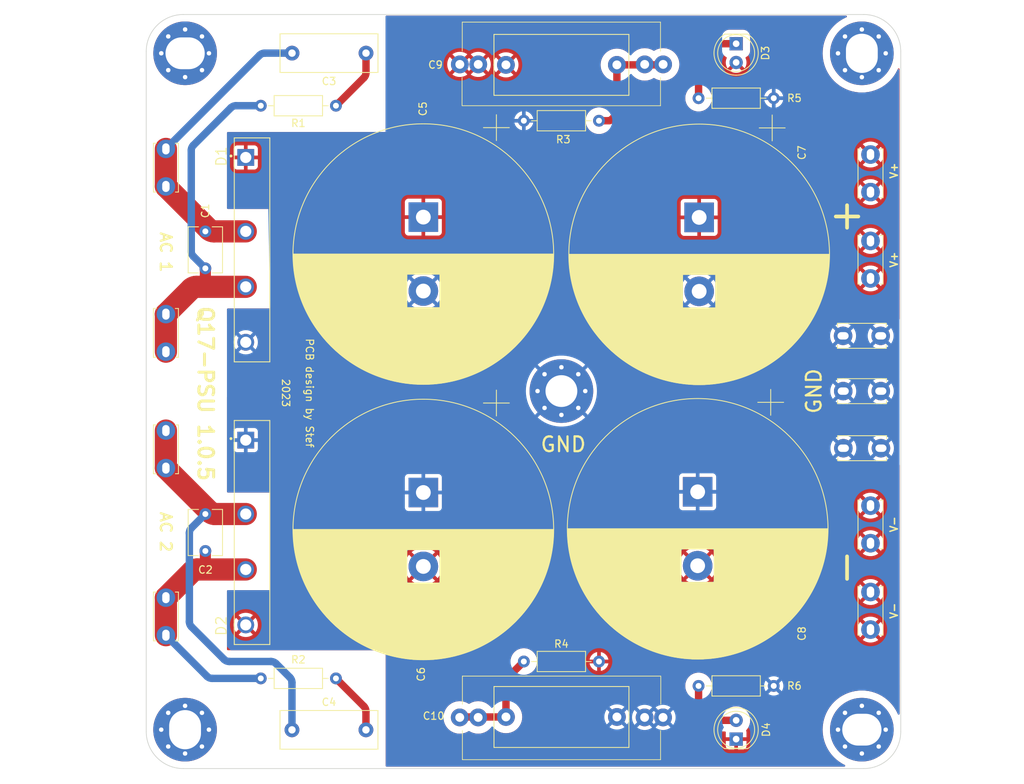
<source format=kicad_pcb>
(kicad_pcb (version 20221018) (generator pcbnew)
  (title_block (title "Q17 Power Supply") (date "2023-09-25") (rev "1.0.5") (company "by stef"))
  (layers (0 "F.Cu" signal) (31 "B.Cu" signal) (34 "B.Paste" user) (35 "F.Paste" user) (36 "B.SilkS" user "B.Silkscreen") (37 "F.SilkS" user "F.Silkscreen") (38 "B.Mask" user) (39 "F.Mask" user) (44 "Edge.Cuts" user))
  (net 0 "")
  (net 1 "GNDPWR")
  (net 2 "Net-(J1-1-Pin_1)")
  (net 3 "Net-(J1-3-Pin_1)")
  (net 4 "Net-(J1-2-Pin_1)")
  (net 5 "Net-(J1-4-Pin_1)")
  (net 6 "Net-(D3-K)")
  (net 7 "Net-(D4-A)")
  (net 8 "Net-(C3-Pad2)")
  (net 9 "Net-(C4-Pad2)")
  (net 10 "Net-(C9-Pad2)")
  (net 11 "Net-(C10-Pad2)")
  (net 12 "Net-(D3-A)")
  (net 13 "Net-(D4-K)")
  (footprint "Capacitor_THT:C_Rect_L13.0mm_W5.0mm_P10.00mm_FKS3_FKP3_MKS4" (layer "F.Cu") (at 117.762 45.212)
    (fp_text reference "C3" (at 5 3.81) (layer "F.SilkS"))
    (fp_text value "10nF")
    (pad "1" thru_hole circle (at 0 0) (size 2 2) (drill 1) (layers "*.Cu" "*.Mask") (net 2 "Net-(J1-1-Pin_1)"))
    (pad "2" thru_hole circle (at 10 0) (size 2 2) (drill 1) (layers "*.Cu" "*.Mask") (net 8 "Net-(C3-Pad2)"))
  )
  (footprint "Q17_Library:DIOB_GBJ2510" (layer "F.Cu") (at 112.356 110.05744 -90)
    (fp_text reference "D2" (at 12.62456 4.152 -90) (layer "F.SilkS") (effects (font (size 1.4 1.4))))
    (fp_text value "GBJ2510")
    (pad "1" thru_hole rect (at -12.5 0.85 270) (size 2.27 2.27) (drill 1.51) (layers "*.Cu" "*.Mask") (net 1 "GNDPWR"))
    (pad "2" thru_hole circle (at -2.5 0.85 270) (size 2.27 2.27) (drill 1.51) (layers "*.Cu" "*.Mask") (net 3 "Net-(J1-3-Pin_1)"))
    (pad "3" thru_hole circle (at 5 0.85 270) (size 2.27 2.27) (drill 1.51) (layers "*.Cu" "*.Mask") (net 5 "Net-(J1-4-Pin_1)"))
    (pad "4" thru_hole circle (at 12.5 0.85 270) (size 2.27 2.27) (drill 1.51) (layers "*.Cu" "*.Mask") (net 13 "Net-(D4-K)"))
  )
  (footprint "Capacitor_THT:C_Disc_D6.0mm_W4.4mm_P5.00mm" (layer "F.Cu") (at 106.04628 107.55744 -90)
    (fp_text reference "C2" (at 7.547355 -0.011567) (layer "F.SilkS"))
    (fp_text value "10nF")
    (pad "1" thru_hole circle (at 0 0 270) (size 1.6 1.6) (drill 0.8) (layers "*.Cu" "*.Mask") (net 3 "Net-(J1-3-Pin_1)"))
    (pad "2" thru_hole circle (at 5 0 270) (size 1.6 1.6) (drill 0.8) (layers "*.Cu" "*.Mask") (net 5 "Net-(J1-4-Pin_1)"))
  )
  (footprint "Capacitor_THT:CP_Radial_D35.0mm_P10.00mm_SnapIn" (layer "F.Cu") (at 135.513301 67.394442 -90)
    (fp_text reference "C5" (at -14.648184 0.05248 -90) (layer "F.SilkS"))
    (fp_text value "10000uF 63v")
    (pad "1" thru_hole rect (at 0 0 270) (size 4 4) (drill 2) (layers "*.Cu" "*.Mask") (net 12 "Net-(D3-A)"))
    (pad "2" thru_hole circle (at 10 0 270) (size 4 4) (drill 2) (layers "*.Cu" "*.Mask") (net 1 "GNDPWR"))
  )
  (footprint "Q17_Library:Faston_Connector_63849-1_TEC" (layer "F.Cu") (at 100.71228 96.266 90)
    (fp_text reference "J1-3" hide)
    (fp_text value "AC2-1" hide)
    (pad "1" thru_hole circle (at -5.08 0 90) (size 2.5 2.5) (drill oval 1.5 1) (layers "*.Cu" "*.Mask") (net 3 "Net-(J1-3-Pin_1)"))
    (pad "1" thru_hole circle (at 0 0 90) (size 2.5 2.5) (drill oval 1.5 1) (layers "*.Cu" "*.Mask") (net 3 "Net-(J1-3-Pin_1)"))
  )
  (footprint "Q17_Library:C_Rect_Q17_PSU_L26.50_H11.00_P20.50" (layer "F.Cu") (at 142.934353 46.736)
    (fp_text reference "C9" (at -5.779934 0.063) (layer "F.SilkS"))
    (fp_text value "220nf" hide)
    (pad "1" thru_hole circle (at -2.4892 0) (size 2.4 2.4) (drill 1.2) (layers "*.Cu" "*.Mask") (net 12 "Net-(D3-A)"))
    (pad "1" thru_hole circle (at 0 0) (size 2.4 2.4) (drill 1.2) (layers "*.Cu" "*.Mask") (net 12 "Net-(D3-A)"))
    (pad "1" thru_hole circle (at 3.743647 0.063) (size 2.4 2.4) (drill 1.2) (layers "*.Cu" "*.Mask") (net 12 "Net-(D3-A)"))
    (pad "2" thru_hole circle (at 18.743647 0.063) (size 2.4 2.4) (drill 1.2) (layers "*.Cu" "*.Mask") (net 10 "Net-(C9-Pad2)"))
    (pad "2" thru_hole circle (at 22.5 0 180) (size 2.4 2.4) (drill 1.2) (layers "*.Cu" "*.Mask") (net 10 "Net-(C9-Pad2)"))
    (pad "2" thru_hole circle (at 24.9936 0 180) (size 2.4 2.4) (drill 1.2) (layers "*.Cu" "*.Mask") (net 10 "Net-(C9-Pad2)"))
  )
  (footprint "Q17_Library:Faston_Connector_63849-1_TEC" (layer "F.Cu") (at 100.71228 118.872 90)
    (fp_text reference "J1-4" hide)
    (fp_text value "AC2-2" hide)
    (pad "1" thru_hole circle (at -5.08 0 90) (size 2.5 2.5) (drill oval 1.5 1) (layers "*.Cu" "*.Mask") (net 5 "Net-(J1-4-Pin_1)"))
    (pad "1" thru_hole circle (at 0 0 90) (size 2.5 2.5) (drill oval 1.5 1) (layers "*.Cu" "*.Mask") (net 5 "Net-(J1-4-Pin_1)"))
  )
  (footprint "MountingHole:MountingHole_4.3mm_M4_Pad_Via" (layer "F.Cu") (at 154.178 90.926419)
    (fp_text reference "#GROUND01" hide)
    (fp_text value "MountingHole_4.3mm_M4_Pad_Via" hide)
    (pad "1" thru_hole circle (at -3.225 0) (size 0.9 0.9) (drill 0.6) (layers "*.Cu" "*.Mask") (net 1 "GNDPWR"))
    (pad "1" thru_hole circle (at -2.280419 -2.280419) (size 0.9 0.9) (drill 0.6) (layers "*.Cu" "*.Mask") (net 1 "GNDPWR"))
    (pad "1" thru_hole circle (at -2.280419 2.280419) (size 0.9 0.9) (drill 0.6) (layers "*.Cu" "*.Mask") (net 1 "GNDPWR"))
    (pad "1" thru_hole circle (at 0 -3.225) (size 0.9 0.9) (drill 0.6) (layers "*.Cu" "*.Mask") (net 1 "GNDPWR"))
    (pad "1" thru_hole circle (at 0 0) (size 8.6 8.6) (drill 4.3) (layers "*.Cu" "*.Mask") (net 1 "GNDPWR"))
    (pad "1" thru_hole circle (at 0 3.225) (size 0.9 0.9) (drill 0.6) (layers "*.Cu" "*.Mask") (net 1 "GNDPWR"))
    (pad "1" thru_hole circle (at 2.280419 -2.280419) (size 0.9 0.9) (drill 0.6) (layers "*.Cu" "*.Mask") (net 1 "GNDPWR"))
    (pad "1" thru_hole circle (at 2.280419 2.280419) (size 0.9 0.9) (drill 0.6) (layers "*.Cu" "*.Mask") (net 1 "GNDPWR"))
    (pad "1" thru_hole circle (at 3.225 0) (size 0.9 0.9) (drill 0.6) (layers "*.Cu" "*.Mask") (net 1 "GNDPWR"))
  )
  (footprint "Q17_Library:Faston_Connector_63849-1_TEC" (layer "F.Cu") (at 192.278 90.932 180)
    (fp_text reference "J2-4" hide)
    (fp_text value "GNDPWR" hide)
    (pad "1" thru_hole circle (at -5.08 0 180) (size 2.5 2.5) (drill oval 1.5 1) (layers "*.Cu" "*.Mask") (net 1 "GNDPWR"))
    (pad "1" thru_hole circle (at 0 0 180) (size 2.5 2.5) (drill oval 1.5 1) (layers "*.Cu" "*.Mask") (net 1 "GNDPWR"))
  )
  (footprint "Q17_Library:Faston_Connector_63849-1_TEC" (layer "F.Cu") (at 192.295665 98.653992 180)
    (fp_text reference "J2-5" hide)
    (fp_text value "GNDPWR" hide)
    (pad "1" thru_hole circle (at -5.08 0 180) (size 2.5 2.5) (drill oval 1.5 1) (layers "*.Cu" "*.Mask") (net 1 "GNDPWR"))
    (pad "1" thru_hole circle (at 0 0 180) (size 2.5 2.5) (drill oval 1.5 1) (layers "*.Cu" "*.Mask") (net 1 "GNDPWR"))
  )
  (footprint "Capacitor_THT:C_Disc_D6.0mm_W4.4mm_P5.00mm" (layer "F.Cu") (at 106.04628 69.324941 -90)
    (fp_text reference "C1" (at -2.776941 0.000992 90) (layer "F.SilkS"))
    (fp_text value "10nF")
    (pad "1" thru_hole circle (at 0 0 270) (size 1.6 1.6) (drill 0.8) (layers "*.Cu" "*.Mask") (net 2 "Net-(J1-1-Pin_1)"))
    (pad "2" thru_hole circle (at 5 0 270) (size 1.6 1.6) (drill 0.8) (layers "*.Cu" "*.Mask") (net 4 "Net-(J1-2-Pin_1)"))
  )
  (footprint "Q17_Library:Faston_Connector_63849-1_TEC" (layer "F.Cu") (at 100.71228 58.166 90)
    (fp_text reference "J1-1" hide)
    (fp_text value "AC1-1" hide)
    (pad "1" thru_hole circle (at -5.08 0 90) (size 2.5 2.5) (drill oval 1.5 1) (layers "*.Cu" "*.Mask") (net 2 "Net-(J1-1-Pin_1)"))
    (pad "1" thru_hole circle (at 0 0 90) (size 2.5 2.5) (drill oval 1.5 1) (layers "*.Cu" "*.Mask") (net 2 "Net-(J1-1-Pin_1)"))
  )
  (footprint "MountingHole:MountingHole_4.3mm_M4_Pad_Via" (layer "F.Cu") (at 194.79428 136.729763)
    (fp_text reference "REF**" hide)
    (fp_text value "MountingHole_4.3mm_M4_Pad_Via")
    (pad "1" thru_hole circle (at -3.225 0) (size 0.9 0.9) (drill 0.6) (layers "*.Cu" "*.Mask"))
    (pad "1" thru_hole circle (at -2.280419 -2.280419) (size 0.9 0.9) (drill 0.6) (layers "*.Cu" "*.Mask"))
    (pad "1" thru_hole circle (at -2.280419 2.280419) (size 0.9 0.9) (drill 0.6) (layers "*.Cu" "*.Mask"))
    (pad "1" thru_hole circle (at 0 -3.225) (size 0.9 0.9) (drill 0.6) (layers "*.Cu" "*.Mask"))
    (pad "1" thru_hole circle (at 0 0) (size 8.6 8.6) (drill oval 5.3 4.3) (layers "*.Cu" "*.Mask"))
    (pad "1" thru_hole circle (at 0 3.225) (size 0.9 0.9) (drill 0.6) (layers "*.Cu" "*.Mask"))
    (pad "1" thru_hole circle (at 2.280419 -2.280419) (size 0.9 0.9) (drill 0.6) (layers "*.Cu" "*.Mask"))
    (pad "1" thru_hole circle (at 2.280419 2.280419) (size 0.9 0.9) (drill 0.6) (layers "*.Cu" "*.Mask"))
    (pad "1" thru_hole circle (at 3.225 0) (size 0.9 0.9) (drill 0.6) (layers "*.Cu" "*.Mask"))
  )
  (footprint "Capacitor_THT:CP_Radial_D35.0mm_P10.00mm_SnapIn" (layer "F.Cu") (at 172.597301 104.554 -90)
    (fp_text reference "C8" (at 19.181059 -14.092699 -90) (layer "F.SilkS"))
    (fp_text value "10000uF 63v")
    (pad "1" thru_hole rect (at 0 0 270) (size 4 4) (drill 2) (layers "*.Cu" "*.Mask") (net 1 "GNDPWR"))
    (pad "2" thru_hole circle (at 10 0 270) (size 4 4) (drill 2) (layers "*.Cu" "*.Mask") (net 13 "Net-(D4-K)"))
  )
  (footprint "Resistor_THT:R_Axial_DIN0207_L6.3mm_D2.5mm_P10.16mm_Horizontal" (layer "F.Cu") (at 123.698 129.794 180)
    (fp_text reference "R2" (at 5.08 2.54) (layer "F.SilkS"))
    (fp_text value "10R")
    (pad "1" thru_hole circle (at 0 0 180) (size 1.6 1.6) (drill 0.8) (layers "*.Cu" "*.Mask") (net 9 "Net-(C4-Pad2)"))
    (pad "2" thru_hole oval (at 10.16 0 180) (size 1.6 1.6) (drill 0.8) (layers "*.Cu" "*.Mask") (net 5 "Net-(J1-4-Pin_1)"))
  )
  (footprint "Resistor_THT:R_Axial_DIN0207_L6.3mm_D2.5mm_P10.16mm_Horizontal" (layer "F.Cu") (at 149.098 127.508)
    (fp_text reference "R4" (at 5.08 -2.37) (layer "F.SilkS"))
    (fp_text value "10R" hide)
    (pad "1" thru_hole circle (at 0 0) (size 1.6 1.6) (drill 0.8) (layers "*.Cu" "*.Mask") (net 11 "Net-(C10-Pad2)"))
    (pad "2" thru_hole oval (at 10.16 0) (size 1.6 1.6) (drill 0.8) (layers "*.Cu" "*.Mask") (net 13 "Net-(D4-K)"))
  )
  (footprint "LED_THT:LED_D5.0mm" (layer "F.Cu") (at 177.8 138.004763 90)
    (fp_text reference "D4" (at 1.27 4.064 90) (layer "F.SilkS"))
    (fp_text value "LED")
    (pad "1" thru_hole rect (at 0 0 90) (size 1.8 1.8) (drill 0.9) (layers "*.Cu" "*.Mask") (net 13 "Net-(D4-K)"))
    (pad "2" thru_hole circle (at 2.54 0 90) (size 1.8 1.8) (drill 0.9) (layers "*.Cu" "*.Mask") (net 7 "Net-(D4-A)"))
  )
  (footprint "Q17_Library:Faston_Connector_63849-1_TEC" (layer "F.Cu") (at 195.96228 75.692 -90)
    (fp_text reference "J2-2" hide)
    (fp_text value "V+" (at -2.54 -3.17372 90) (layer "F.SilkS") (effects (font (thickness 0.2) bold)))
    (pad "1" thru_hole circle (at -5.08 0 270) (size 2.5 2.5) (drill oval 1.5 1) (layers "*.Cu" "*.Mask") (net 12 "Net-(D3-A)"))
    (pad "1" thru_hole circle (at 0 0 270) (size 2.5 2.5) (drill oval 1.5 1) (layers "*.Cu" "*.Mask") (net 12 "Net-(D3-A)"))
  )
  (footprint "Q17_Library:Faston_Connector_63849-1_TEC" (layer "F.Cu") (at 192.255665 83.453992 180)
    (fp_text reference "J2-3" hide)
    (fp_text value "GNDPWR" hide)
    (pad "1" thru_hole circle (at -5.08 0 180) (size 2.5 2.5) (drill oval 1.5 1) (layers "*.Cu" "*.Mask") (net 1 "GNDPWR"))
    (pad "1" thru_hole circle (at 0 0 180) (size 2.5 2.5) (drill oval 1.5 1) (layers "*.Cu" "*.Mask") (net 1 "GNDPWR"))
  )
  (footprint "Q17_Library:Faston_Connector_63849-1_TEC" (layer "F.Cu") (at 195.96228 111.506 -90)
    (fp_text reference "J2-6" hide)
    (fp_text value "V-" (at -2.554323 -3.17372 90) (layer "F.SilkS") (effects (font (thickness 0.2) bold)))
    (pad "1" thru_hole circle (at -5.08 0 270) (size 2.5 2.5) (drill oval 1.5 1) (layers "*.Cu" "*.Mask") (net 13 "Net-(D4-K)"))
    (pad "1" thru_hole circle (at 0 0 270) (size 2.5 2.5) (drill oval 1.5 1) (layers "*.Cu" "*.Mask") (net 13 "Net-(D4-K)"))
  )
  (footprint "Capacitor_THT:C_Rect_L13.0mm_W5.0mm_P10.00mm_FKS3_FKP3_MKS4" (layer "F.Cu") (at 117.7544 136.7536)
    (fp_text reference "C4" (at 5 -3.75) (layer "F.SilkS"))
    (fp_text value "10nF")
    (pad "1" thru_hole circle (at 0 0) (size 2 2) (drill 1) (layers "*.Cu" "*.Mask") (net 3 "Net-(J1-3-Pin_1)"))
    (pad "2" thru_hole circle (at 10 0) (size 2 2) (drill 1) (layers "*.Cu" "*.Mask") (net 9 "Net-(C4-Pad2)"))
  )
  (footprint "Q17_Library:DIOB_GBJ2510" (layer "F.Cu") (at 112.356 71.824941 -90)
    (fp_text reference "D1" (at -12.642941 4.152 -90) (layer "F.SilkS") (effects (font (size 1.4 1.4))))
    (fp_text value "GBJ2510")
    (pad "1" thru_hole rect (at -12.5 0.85 270) (size 2.27 2.27) (drill 1.51) (layers "*.Cu" "*.Mask") (net 12 "Net-(D3-A)"))
    (pad "2" thru_hole circle (at -2.5 0.85 270) (size 2.27 2.27) (drill 1.51) (layers "*.Cu" "*.Mask") (net 2 "Net-(J1-1-Pin_1)"))
    (pad "3" thru_hole circle (at 5 0.85 270) (size 2.27 2.27) (drill 1.51) (layers "*.Cu" "*.Mask") (net 4 "Net-(J1-2-Pin_1)"))
    (pad "4" thru_hole circle (at 12.5 0.85 270) (size 2.27 2.27) (drill 1.51) (layers "*.Cu" "*.Mask") (net 1 "GNDPWR"))
  )
  (footprint "Q17_Library:Faston_Connector_63849-1_TEC" (layer "F.Cu") (at 100.71228 80.518 90)
    (fp_text reference "J1-2" hide)
    (fp_text value "AC1-2" hide)
    (pad "1" thru_hole circle (at -5.08 0 90) (size 2.5 2.5) (drill oval 1.5 1) (layers "*.Cu" "*.Mask") (net 4 "Net-(J1-2-Pin_1)"))
    (pad "1" thru_hole circle (at 0 0 90) (size 2.5 2.5) (drill oval 1.5 1) (layers "*.Cu" "*.Mask") (net 4 "Net-(J1-2-Pin_1)"))
  )
  (footprint "Resistor_THT:R_Axial_DIN0207_L6.3mm_D2.5mm_P10.16mm_Horizontal" (layer "F.Cu") (at 159.258 54.356 180)
    (fp_text reference "R3" (at 4.826 -2.54) (layer "F.SilkS"))
    (fp_text value "10R" hide)
    (pad "1" thru_hole circle (at 0 0 180) (size 1.6 1.6) (drill 0.8) (layers "*.Cu" "*.Mask") (net 10 "Net-(C9-Pad2)"))
    (pad "2" thru_hole oval (at 10.16 0 180) (size 1.6 1.6) (drill 0.8) (layers "*.Cu" "*.Mask") (net 1 "GNDPWR"))
  )
  (footprint "MountingHole:MountingHole_4.3mm_M4_Pad_Via" (layer "F.Cu") (at 194.79428 45.238963)
    (fp_text reference "REF**" hide)
    (fp_text value "MountingHole_4.3mm_M4_Pad_Via")
    (pad "1" thru_hole circle (at -3.225 0) (size 0.9 0.9) (drill 0.6) (layers "*.Cu" "*.Mask"))
    (pad "1" thru_hole circle (at -2.280419 -2.280419) (size 0.9 0.9) (drill 0.6) (layers "*.Cu" "*.Mask"))
    (pad "1" thru_hole circle (at -2.280419 2.280419) (size 0.9 0.9) (drill 0.6) (layers "*.Cu" "*.Mask"))
    (pad "1" thru_hole circle (at 0 -3.225) (size 0.9 0.9) (drill 0.6) (layers "*.Cu" "*.Mask"))
    (pad "1" thru_hole circle (at 0 0) (size 8.6 8.6) (drill oval 4.3 5.3) (layers "*.Cu" "*.Mask"))
    (pad "1" thru_hole circle (at 0 3.225) (size 0.9 0.9) (drill 0.6) (layers "*.Cu" "*.Mask"))
    (pad "1" thru_hole circle (at 2.280419 -2.280419) (size 0.9 0.9) (drill 0.6) (layers "*.Cu" "*.Mask"))
    (pad "1" thru_hole circle (at 2.280419 2.280419) (size 0.9 0.9) (drill 0.6) (layers "*.Cu" "*.Mask"))
    (pad "1" thru_hole circle (at 3.225 0) (size 0.9 0.9) (drill 0.6) (layers "*.Cu" "*.Mask"))
  )
  (footprint "Capacitor_THT:CP_Radial_D35.0mm_P10.00mm_SnapIn" (layer "F.Cu") (at 135.513301 104.648 -90)
    (fp_text reference "C6" (at 24.589317 0.30648 -90) (layer "F.SilkS"))
    (fp_text value "10000uF 63v")
    (pad "1" thru_hole rect (at 0 0 270) (size 4 4) (drill 2) (layers "*.Cu" "*.Mask") (net 1 "GNDPWR"))
    (pad "2" thru_hole circle (at 10 0 270) (size 4 4) (drill 2) (layers "*.Cu" "*.Mask") (net 13 "Net-(D4-K)"))
  )
  (footprint "Q17_Library:C_Rect_Q17_PSU_L26.50_H11.00_P20.50" (layer "F.Cu") (at 165.427229 135.072553 180)
    (fp_text reference "C10" (at 28.521229 0.198553 180) (layer "F.SilkS"))
    (fp_text value "220nF" hide)
    (pad "1" thru_hole circle (at -2.4892 0 180) (size 2.4 2.4) (drill 1.2) (layers "*.Cu" "*.Mask") (net 1 "GNDPWR"))
    (pad "1" thru_hole circle (at 0 0 180) (size 2.4 2.4) (drill 1.2) (layers "*.Cu" "*.Mask") (net 1 "GNDPWR"))
    (pad "1" thru_hole circle (at 3.743647 0.063 180) (size 2.4 2.4) (drill 1.2) (layers "*.Cu" "*.Mask") (net 1 "GNDPWR"))
    (pad "2" thru_hole circle (at 18.743647 0.063 180) (size 2.4 2.4) (drill 1.2) (layers "*.Cu" "*.Mask") (net 11 "Net-(C10-Pad2)"))
    (pad "2" thru_hole circle (at 22.5 0) (size 2.4 2.4) (drill 1.2) (layers "*.Cu" "*.Mask") (net 11 "Net-(C10-Pad2)"))
    (pad "2" thru_hole circle (at 24.9936 0) (size 2.4 2.4) (drill 1.2) (layers "*.Cu" "*.Mask") (net 11 "Net-(C10-Pad2)"))
  )
  (footprint "LED_THT:LED_D5.0mm" (layer "F.Cu") (at 177.8 43.937 -90)
    (fp_text reference "D3" (at 1.27 -3.96 -90) (layer "F.SilkS"))
    (fp_text value "LED")
    (pad "1" thru_hole rect (at 0 0 270) (size 1.8 1.8) (drill 0.9) (layers "*.Cu" "*.Mask") (net 6 "Net-(D3-K)"))
    (pad "2" thru_hole circle (at 2.54 0 270) (size 1.8 1.8) (drill 0.9) (layers "*.Cu" "*.Mask") (net 12 "Net-(D3-A)"))
  )
  (footprint "MountingHole:MountingHole_4.3mm_M4_Pad_Via" (layer "F.Cu") (at 103.309061 45.233382)
    (fp_text reference "REF**" hide)
    (fp_text value "MountingHole_4.3mm_M4_Pad_Via")
    (pad "1" thru_hole circle (at -3.225 0) (size 0.9 0.9) (drill 0.6) (layers "*.Cu" "*.Mask"))
    (pad "1" thru_hole circle (at -2.280419 -2.280419) (size 0.9 0.9) (drill 0.6) (layers "*.Cu" "*.Mask"))
    (pad "1" thru_hole circle (at -2.280419 2.280419) (size 0.9 0.9) (drill 0.6) (layers "*.Cu" "*.Mask"))
    (pad "1" thru_hole circle (at 0 -3.225) (size 0.9 0.9) (drill 0.6) (layers "*.Cu" "*.Mask"))
    (pad "1" thru_hole circle (at 0 0) (size 8.6 8.6) (drill oval 5.3 4.3) (layers "*.Cu" "*.Mask"))
    (pad "1" thru_hole circle (at 0 3.225) (size 0.9 0.9) (drill 0.6) (layers "*.Cu" "*.Mask"))
    (pad "1" thru_hole circle (at 2.280419 -2.280419) (size 0.9 0.9) (drill 0.6) (layers "*.Cu" "*.Mask"))
    (pad "1" thru_hole circle (at 2.280419 2.280419) (size 0.9 0.9) (drill 0.6) (layers "*.Cu" "*.Mask"))
    (pad "1" thru_hole circle (at 3.225 0) (size 0.9 0.9) (drill 0.6) (layers "*.Cu" "*.Mask"))
  )
  (footprint "Resistor_THT:R_Axial_DIN0207_L6.3mm_D2.5mm_P10.16mm_Horizontal" (layer "F.Cu") (at 123.698 52.324 180)
    (fp_text reference "R1" (at 5.08 -2.37) (layer "F.SilkS"))
    (fp_text value "10R")
    (pad "1" thru_hole circle (at 0 0 180) (size 1.6 1.6) (drill 0.8) (layers "*.Cu" "*.Mask") (net 8 "Net-(C3-Pad2)"))
    (pad "2" thru_hole oval (at 10.16 0 180) (size 1.6 1.6) (drill 0.8) (layers "*.Cu" "*.Mask") (net 4 "Net-(J1-2-Pin_1)"))
  )
  (footprint "Q17_Library:Faston_Connector_63849-1_TEC" (layer "F.Cu") (at 195.96228 64.008 -90)
    (fp_text reference "J2-1" hide)
    (fp_text value "V+" (at -2.8956 -3.17372 90) (layer "F.SilkS") (effects (font (thickness 0.2) bold)))
    (pad "1" thru_hole circle (at -5.08 0 270) (size 2.5 2.5) (drill oval 1.5 1) (layers "*.Cu" "*.Mask") (net 12 "Net-(D3-A)"))
    (pad "1" thru_hole circle (at 0 0 270) (size 2.5 2.5) (drill oval 1.5 1) (layers "*.Cu" "*.Mask") (net 12 "Net-(D3-A)"))
  )
  (footprint "Resistor_THT:R_Axial_DIN0207_L6.3mm_D2.5mm_P10.16mm_Horizontal" (layer "F.Cu") (at 172.72 51.308)
    (fp_text reference "R5" (at 12.954 0) (layer "F.SilkS"))
    (fp_text value "10K")
    (pad "1" thru_hole circle (at 0 0) (size 1.6 1.6) (drill 0.8) (layers "*.Cu" "*.Mask") (net 6 "Net-(D3-K)"))
    (pad "2" thru_hole oval (at 10.16 0) (size 1.6 1.6) (drill 0.8) (layers "*.Cu" "*.Mask") (net 1 "GNDPWR"))
  )
  (footprint "Capacitor_THT:CP_Radial_D35.0mm_P10.00mm_SnapIn" (layer "F.Cu") (at 172.800501 67.432941 -90)
    (fp_text reference "C7" (at -8.758941 -13.889499 -90) (layer "F.SilkS"))
    (fp_text value "10000uF 63v")
    (pad "1" thru_hole rect (at 0 0 270) (size 4 4) (drill 2) (layers "*.Cu" "*.Mask") (net 12 "Net-(D3-A)"))
    (pad "2" thru_hole circle (at 10 0 270) (size 4 4) (drill 2) (layers "*.Cu" "*.Mask") (net 1 "GNDPWR"))
  )
  (footprint "Q17_Library:Faston_Connector_63849-1_TEC" (layer "F.Cu") (at 195.96228 123.19 -90)
    (fp_text reference "J2-7" hide)
    (fp_text value "V-" (at -2.54 -3.17372 90) (layer "F.SilkS") (effects (font (thickness 0.2) bold)))
    (pad "1" thru_hole circle (at -5.08 0 270) (size 2.5 2.5) (drill oval 1.5 1) (layers "*.Cu" "*.Mask") (net 13 "Net-(D4-K)"))
    (pad "1" thru_hole circle (at 0 0 270) (size 2.5 2.5) (drill oval 1.5 1) (layers "*.Cu" "*.Mask") (net 13 "Net-(D4-K)"))
  )
  (footprint "MountingHole:MountingHole_4.3mm_M4_Pad_Via" (layer "F.Cu") (at 103.30348 136.729763)
    (fp_text reference "REF**" hide)
    (fp_text value "MountingHole_4.3mm_M4_Pad_Via")
    (pad "1" thru_hole circle (at -3.225 0) (size 0.9 0.9) (drill 0.6) (layers "*.Cu" "*.Mask"))
    (pad "1" thru_hole circle (at -2.280419 -2.280419) (size 0.9 0.9) (drill 0.6) (layers "*.Cu" "*.Mask"))
    (pad "1" thru_hole circle (at -2.280419 2.280419) (size 0.9 0.9) (drill 0.6) (layers "*.Cu" "*.Mask"))
    (pad "1" thru_hole circle (at 0 -3.225) (size 0.9 0.9) (drill 0.6) (layers "*.Cu" "*.Mask"))
    (pad "1" thru_hole circle (at 0 0) (size 8.6 8.6) (drill oval 4.3 5.3) (layers "*.Cu" "*.Mask"))
    (pad "1" thru_hole circle (at 0 3.225) (size 0.9 0.9) (drill 0.6) (layers "*.Cu" "*.Mask"))
    (pad "1" thru_hole circle (at 2.280419 -2.280419) (size 0.9 0.9) (drill 0.6) (layers "*.Cu" "*.Mask"))
    (pad "1" thru_hole circle (at 2.280419 2.280419) (size 0.9 0.9) (drill 0.6) (layers "*.Cu" "*.Mask"))
    (pad "1" thru_hole circle (at 3.225 0) (size 0.9 0.9) (drill 0.6) (layers "*.Cu" "*.Mask"))
  )
  (footprint "Resistor_THT:R_Axial_DIN0207_L6.3mm_D2.5mm_P10.16mm_Horizontal" (layer "F.Cu") (at 182.88 130.81 180)
    (fp_text reference "R6" (at -2.794 0) (layer "F.SilkS"))
    (fp_text value "10K")
    (pad "1" thru_hole circle (at 0 0 180) (size 1.6 1.6) (drill 0.8) (layers "*.Cu" "*.Mask") (net 1 "GNDPWR"))
    (pad "2" thru_hole oval (at 10.16 0 180) (size 1.6 1.6) (drill 0.8) (layers "*.Cu" "*.Mask") (net 7 "Net-(D4-A)"))
  )
  (gr_line (start 98.05348 136.988963) (end 98.05348 44.988963) (stroke (width 0.1)) (layer "Edge.Cuts"))
  (gr_arc (start 200.05348 136.988963) (mid 198.589 140.524471) (end 195.05348 141.988963) (stroke (width 0.1)) (layer "Edge.Cuts"))
  (gr_line (start 103.05348 39.988963) (end 195.05348 39.988963) (stroke (width 0.1)) (layer "Edge.Cuts"))
  (gr_line (start 195.05348 141.988963) (end 103.05348 141.988963) (stroke (width 0.1)) (layer "Edge.Cuts"))
  (gr_line (start 200.05348 44.988963) (end 200.05348 136.988963) (stroke (width 0.1)) (layer "Edge.Cuts"))
  (gr_arc (start 98.05348 44.988963) (mid 99.517946 41.453429) (end 103.05348 39.988963) (stroke (width 0.1)) (layer "Edge.Cuts"))
  (gr_arc (start 103.05348 141.988963) (mid 99.517932 140.524499) (end 98.05348 136.988963) (stroke (width 0.1)) (layer "Edge.Cuts"))
  (gr_arc (start 195.05348 39.988963) (mid 198.589 41.453432) (end 200.05348 44.988963) (stroke (width 0.1)) (layer "Edge.Cuts"))
  (gr_text "GND" (at 154.432 99.314) (layer "F.SilkS") (effects (font (size 2 2) (thickness 0.3) bold) (justify bottom)))
  (gr_text "-" (at 190.754 114.808 270) (layer "F.SilkS") (effects (font (size 4 4) (thickness 0.5)) (justify bottom)))
  (gr_text "PCB design by Stef\n\n2023" (at 116.332 91.186 -90) (layer "F.SilkS") (effects (font (size 1 1)) (justify bottom)))
  (gr_text "Q17-PSU 1.0.5" (at 104.902 79.248 270) (layer "F.SilkS") (effects (font (size 2 2) (thickness 0.4) bold) (justify left bottom)))
  (gr_text "GND" (at 189.484 90.932 90) (layer "F.SilkS") (effects (font (size 2 2) (thickness 0.3) bold) (justify bottom)))
  (gr_text "+" (at 190.754 67.31 270) (layer "F.SilkS") (effects (font (size 4 4) (thickness 0.5)) (justify bottom)))
  (gr_text "AC 1" (at 99.822 72.136 270) (layer "F.SilkS") (effects (font (size 1.5 1.5) (thickness 0.3) bold) (justify bottom)))
  (gr_text "AC 2" (at 99.822 109.982 270) (layer "F.SilkS") (effects (font (size 1.5 1.5) (thickness 0.3) bold) (justify bottom)))
  (segment (start 107.205435 69.324941) (end 111.506 69.324941) (width 3) (layer "F.Cu") (net 2))
  (segment (start 100.71228 63.246) (end 106.498328 69.032048) (width 3) (layer "F.Cu") (net 2))
  (segment (start 100.71228 63.246) (end 100.71228 58.166) (width 3) (layer "F.Cu") (net 2))
  (arc (start 106.498328 69.032048) (mid 106.822751 69.248821) (end 107.205435 69.324941) (width 3) (layer "F.Cu") (net 2))
  (segment (start 100.71228 58.166) (end 113.373387 45.504893) (width 1) (layer "B.Cu") (net 2))
  (segment (start 114.080494 45.212) (end 117.762 45.212) (width 1) (layer "B.Cu") (net 2))
  (arc (start 113.373387 45.504893) (mid 113.69781 45.28812) (end 114.080494 45.212) (width 1) (layer "B.Cu") (net 2))
  (segment (start 106.630827 107.264547) (end 100.71228 101.346) (width 3) (layer "F.Cu") (net 3))
  (segment (start 100.71228 101.346) (end 100.71228 96.266) (width 3) (layer "F.Cu") (net 3))
  (segment (start 111.506 107.55744) (end 107.337934 107.55744) (width 3) (layer "F.Cu") (net 3))
  (arc (start 106.630827 107.264547) (mid 106.95525 107.48132) (end 107.337934 107.55744) (width 3) (layer "F.Cu") (net 3))
  (segment (start 103.886 122.115386) (end 103.886 110.131934) (width 1) (layer "B.Cu") (net 3))
  (segment (start 117.7544 136.7536) (end 117.7544 130.360614) (width 1) (layer "B.Cu") (net 3))
  (segment (start 104.178893 109.424827) (end 106.04628 107.55744) (width 1) (layer "B.Cu") (net 3))
  (segment (start 117.461507 129.653507) (end 115.608893 127.800893) (width 1) (layer "B.Cu") (net 3))
  (segment (start 108.571507 127.215107) (end 104.178893 122.822493) (width 1) (layer "B.Cu") (net 3))
  (segment (start 114.901786 127.508) (end 109.278614 127.508) (width 1) (layer "B.Cu") (net 3))
  (arc (start 103.886 122.115386) (mid 103.96212 122.498069) (end 104.178893 122.822493) (width 1) (layer "B.Cu") (net 3))
  (arc (start 104.178893 109.424827) (mid 103.96212 109.74925) (end 103.886 110.131934) (width 1) (layer "B.Cu") (net 3))
  (arc (start 108.571507 127.215107) (mid 108.89593 127.43188) (end 109.278614 127.508) (width 1) (layer "B.Cu") (net 3))
  (arc (start 115.608893 127.800893) (mid 115.28447 127.58412) (end 114.901786 127.508) (width 1) (layer "B.Cu") (net 3))
  (arc (start 117.7544 130.360614) (mid 117.67828 129.977931) (end 117.461507 129.653507) (width 1) (layer "B.Cu") (net 3))
  (segment (start 100.728887 80.501393) (end 100.71228 80.518) (width 3) (layer "F.Cu") (net 4))
  (segment (start 106.04628 74.324941) (end 106.04628 76.699221) (width 1.5) (layer "F.Cu") (net 4))
  (segment (start 104.112446 77.117834) (end 100.71228 80.518) (width 3) (layer "F.Cu") (net 4))
  (segment (start 100.71228 80.518) (end 100.71228 85.598) (width 3) (layer "F.Cu") (net 4))
  (segment (start 106.04628 76.699221) (end 102.227501 80.518) (width 0.25) (layer "F.Cu") (net 4))
  (segment (start 102.227501 80.518) (end 100.71228 80.518) (width 0.25) (layer "F.Cu") (net 4))
  (segment (start 111.506 76.824941) (end 104.819553 76.824941) (width 3) (layer "F.Cu") (net 4))
  (arc (start 104.112446 77.117834) (mid 104.436869 76.901061) (end 104.819553 76.824941) (width 3) (layer "F.Cu") (net 4))
  (segment (start 109.485907 52.616893) (end 104.432893 57.669907) (width 1) (layer "B.Cu") (net 4))
  (segment (start 104.14 58.377014) (end 104.14 72.004447) (width 1) (layer "B.Cu") (net 4))
  (segment (start 113.538 52.324) (end 110.193014 52.324) (width 1) (layer "B.Cu") (net 4))
  (segment (start 104.432893 72.711554) (end 106.04628 74.324941) (width 1) (layer "B.Cu") (net 4))
  (arc (start 110.193014 52.324) (mid 109.810331 52.40012) (end 109.485907 52.616893) (width 1) (layer "B.Cu") (net 4))
  (arc (start 104.14 58.377014) (mid 104.21612 57.994331) (end 104.432893 57.669907) (width 1) (layer "B.Cu") (net 4))
  (arc (start 104.14 72.004447) (mid 104.21612 72.38713) (end 104.432893 72.711554) (width 1) (layer "B.Cu") (net 4))
  (segment (start 111.506 115.05744) (end 104.941054 115.05744) (width 3) (layer "F.Cu") (net 5))
  (segment (start 104.233947 115.350333) (end 100.71228 118.872) (width 3) (layer "F.Cu") (net 5))
  (segment (start 106.04628 114.92916) (end 105.664 115.31144) (width 0.25) (layer "F.Cu") (net 5))
  (segment (start 100.71228 118.872) (end 100.71228 123.952) (width 3) (layer "F.Cu") (net 5))
  (segment (start 106.04628 112.55744) (end 106.04628 114.92916) (width 1.5) (layer "F.Cu") (net 5))
  (arc (start 104.233947 115.350333) (mid 104.55837 115.13356) (end 104.941054 115.05744) (width 3) (layer "F.Cu") (net 5))
  (segment (start 100.71228 123.952) (end 106.261387 129.501107) (width 1) (layer "B.Cu") (net 5))
  (segment (start 106.968494 129.794) (end 113.538 129.794) (width 1) (layer "B.Cu") (net 5))
  (arc (start 106.968494 129.794) (mid 106.585811 129.71788) (end 106.261387 129.501107) (width 1) (layer "B.Cu") (net 5))
  (segment (start 172.866447 46.453833) (end 175.236834 44.083446) (width 1) (layer "F.Cu") (net 6))
  (segment (start 175.590387 43.937) (end 177.8 43.937) (width 1) (layer "F.Cu") (net 6))
  (segment (start 172.72 51.308) (end 172.72 46.807387) (width 1) (layer "F.Cu") (net 6))
  (arc (start 172.866447 46.453833) (mid 172.75806 46.616045) (end 172.72 46.807387) (width 1) (layer "F.Cu") (net 6))
  (arc (start 175.236834 44.083446) (mid 175.399046 43.97506) (end 175.590387 43.937) (width 1) (layer "F.Cu") (net 6))
  (segment (start 177.8 135.464763) (end 175.04187 135.464763) (width 1) (layer "F.Cu") (net 7))
  (segment (start 174.688316 135.318316) (end 172.866446 133.496446) (width 1) (layer "F.Cu") (net 7))
  (segment (start 172.72 133.142893) (end 172.72 130.81) (width 1) (layer "F.Cu") (net 7))
  (arc (start 172.866446 133.496446) (mid 172.75806 133.334234) (end 172.72 133.142893) (width 1) (layer "F.Cu") (net 7))
  (arc (start 175.04187 135.464763) (mid 174.850528 135.426703) (end 174.688316 135.318316) (width 1) (layer "F.Cu") (net 7))
  (segment (start 123.698 52.324) (end 127.469107 48.552893) (width 1) (layer "F.Cu") (net 8))
  (segment (start 127.762 47.845786) (end 127.762 45.212) (width 1) (layer "F.Cu") (net 8))
  (arc (start 127.469107 48.552893) (mid 127.68588 48.22847) (end 127.762 47.845786) (width 1) (layer "F.Cu") (net 8))
  (segment (start 123.698 129.794) (end 127.461507 133.557507) (width 1) (layer "F.Cu") (net 9))
  (segment (start 127.7544 134.264614) (end 127.7544 136.7536) (width 1) (layer "F.Cu") (net 9))
  (arc (start 127.7544 134.264614) (mid 127.67828 133.881931) (end 127.461507 133.557507) (width 1) (layer "F.Cu") (net 9))
  (segment (start 161.531553 53.606447) (end 160.928446 54.209554) (width 1) (layer "F.Cu") (net 10))
  (segment (start 161.678 46.799) (end 167.864953 46.799) (width 1) (layer "F.Cu") (net 10))
  (segment (start 161.678 46.799) (end 161.678 53.252893) (width 1) (layer "F.Cu") (net 10))
  (segment (start 160.574893 54.356) (end 159.258 54.356) (width 1) (layer "F.Cu") (net 10))
  (arc (start 160.928446 54.209554) (mid 160.766234 54.31794) (end 160.574893 54.356) (width 1) (layer "F.Cu") (net 10))
  (arc (start 161.531553 53.606447) (mid 161.63994 53.444235) (end 161.678 53.252893) (width 1) (layer "F.Cu") (net 10))
  (segment (start 149.098 127.508) (end 146.830027 129.775973) (width 1) (layer "F.Cu") (net 11))
  (segment (start 146.683582 135.009553) (end 140.496629 135.009553) (width 1) (layer "F.Cu") (net 11))
  (segment (start 146.683581 130.129526) (end 146.683582 135.009553) (width 1) (layer "F.Cu") (net 11))
  (arc (start 146.683581 130.129526) (mid 146.721641 129.938185) (end 146.830027 129.775973) (width 1) (layer "F.Cu") (net 11))
  (zone (net 12) (net_name "Net-(D3-A)") (layer "F.Cu") (connect_pads (clearance 1)) (min_thickness 0.25) (fill yes (thermal_gap 0.5) (thermal_bridge_width 0.5) (island_removal_mode 1) (island_area_min 10))
    (polygon (pts (xy 130.4036 55.88) (xy 130.429 40.132) (xy 199.898 40.132) (xy 199.898 81.28) (xy 189.484 81.28) (xy 189.484 90.135773) (xy 108.986719 90.511645) (xy 108.966 79.756) (xy 114.808 79.756) (xy 114.808 66.294) (xy 108.966 66.294) (xy 108.966 55.88)))
  )
  (zone (net 13) (net_name "Net-(D4-K)") (layer "F.Cu") (connect_pads (clearance 1)) (min_thickness 0.25) (fill yes (thermal_gap 0.5) (thermal_bridge_width 0.5) (island_removal_mode 1) (island_area_min 10))
    (polygon (pts (xy 189.483981 91.433055) (xy 189.484 100.838) (xy 199.898 100.838) (xy 199.898 141.732) (xy 130.429 141.732) (xy 130.429 125.984) (xy 108.966 125.984) (xy 108.966 117.856) (xy 114.808 117.856) (xy 114.808 104.648) (xy 108.966 104.648) (xy 108.966 91.657523)))
  )
  (zone (net 1) (net_name "GNDPWR") (layer "B.Cu") (connect_pads (clearance 1)) (min_thickness 0.25) (fill yes (thermal_gap 0.5) (thermal_bridge_width 0.5) (island_removal_mode 1) (island_area_min 10))
    (polygon (pts (xy 130.4036 55.88) (xy 130.4036 40.138163) (xy 199.85028 40.138163) (xy 199.90108 141.732) (xy 130.429 141.732) (xy 130.429 125.984) (xy 108.966 125.984) (xy 108.966 117.856) (xy 114.808 117.856) (xy 114.808 104.648) (xy 108.966 104.648) (xy 108.966 79.756) (xy 114.808 79.756) (xy 114.554 66.294) (xy 108.966 66.294) (xy 108.966 55.88)))
  )
)
</source>
